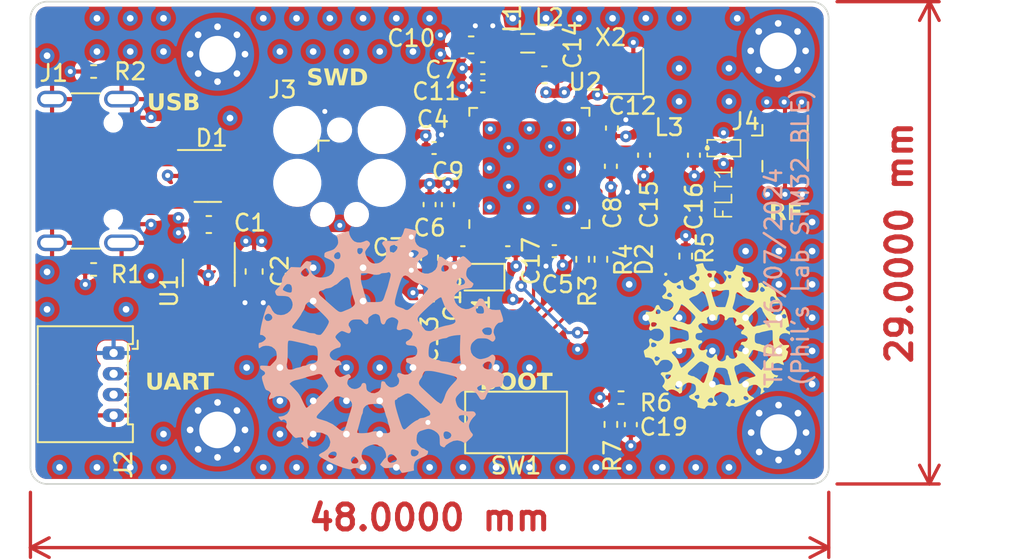
<source format=kicad_pcb>
(kicad_pcb (version 20221018) (generator pcbnew)
  (layers (0 "F.Cu" signal) (1 "In1.Cu" signal) (2 "In2.Cu" signal) (31 "B.Cu" signal) (34 "B.Paste" user) (35 "F.Paste" user) (36 "B.SilkS" user "B.Silkscreen") (37 "F.SilkS" user "F.Silkscreen") (38 "B.Mask" user) (39 "F.Mask" user) (44 "Edge.Cuts" user))
  (net 0 "")
  (net 1 "+5V")
  (net 2 "GND")
  (net 3 "+3.3V")
  (net 4 "/SWD_NRST")
  (net 5 "/SMPSFB")
  (net 6 "/RF")
  (net 7 "/RF_MATCH")
  (net 8 "/LSE_OUT")
  (net 9 "/LSE_IN")
  (net 10 "/BOOT0")
  (net 11 "/USB_CC1")
  (net 12 "/USB_CC2")
  (net 13 "/USB_D+")
  (net 14 "/USB_D-")
  (net 15 "/LED_C")
  (net 16 "/LED_A")
  (net 17 "/RF_ANT")
  (net 20 "/UART_RXC")
  (net 21 "/BSW")
  (net 22 "/SWD_DIO")
  (net 23 "/SWD_CLK")
  (net 24 "/SWD_TRC")
  (net 25 "/SMPSLX")
  (net 26 "/SMPSLXL")
  (net 27 "/UART_TX")
  (net 28 "/UART_RX")
  (net 40 "/HSE_OUT")
  (net 41 "/HSE_IN")
  (footprint "Capacitor_SMD:C_0402_1005Metric" (layer "F.Cu") (at 79.895 69.23 -90)
    (fp_text reference "C16")
    (fp_text value "0p3")
  )
  (footprint "Button_Switch_SMD:SW_SPST_CK_RS282G05A3" (layer "F.Cu") (at 69.2 85.3 180)
    (fp_text reference "SW1")
    (fp_text value "SW_Push")
  )
  (footprint "Package_TO_SOT_SMD:SOT-23-6" (layer "F.Cu") (at 50.665 70.48)
    (fp_text reference "D1")
    (fp_text value "USBLC6-2SC6")
  )
  (footprint "Capacitor_SMD:C_0402_1005Metric" (layer "F.Cu") (at 65.1 72.2 90)
    (fp_text reference "C9")
    (fp_text value "100n")
  )
  (footprint "Connector_Molex:Molex_PicoBlade_53048-0410_1x04_P1.25mm_Horizontal" (layer "F.Cu") (at 45 81.125 -90)
    (fp_text reference "J2")
    (fp_text value "Conn_01x04")
  )
  (footprint "Capacitor_SMD:C_0402_1005Metric" (layer "F.Cu") (at 67.2 64 180)
    (fp_text reference "C7")
    (fp_text value "100n")
  )
  (footprint "Capacitor_SMD:C_0603_1608Metric" (layer "F.Cu") (at 64 75.4 -90)
    (fp_text reference "C3")
    (fp_text value "4u7")
  )
  (footprint "Fiducial:Fiducial_1mm_Mask2mm" (layer "F.Cu") (at 42 61.7)
    (fp_text reference "FM1" hide)
    (fp_text value "Fiducial")
  )
  (footprint "Capacitor_SMD:C_0603_1608Metric" (layer "F.Cu") (at 66.5 62.6 180)
    (fp_text reference "C10")
    (fp_text value "4u7")
  )
  (footprint "Package_DFN_QFN:QFN-48-1EP_7x7mm_P0.5mm_EP5.6x5.6mm" (layer "F.Cu") (at 70 70 90)
    (fp_text reference "U2")
    (fp_text value "STM32WB55CEU6")
  )
  (footprint "Capacitor_SMD:C_0402_1005Metric" (layer "F.Cu") (at 74.9 69.9 -90)
    (fp_text reference "C8")
    (fp_text value "100n")
  )
  (footprint "Crystal:Crystal_SMD_2012-2Pin_2.0x1.2mm" (layer "F.Cu") (at 67.3 76.565 180)
    (fp_text reference "X1")
    (fp_text value "32kHz78")
  )
  (footprint "Capacitor_SMD:C_0402_1005Metric" (layer "F.Cu") (at 76.1 85.43 -90)
    (fp_text reference "C19")
    (fp_text value "100n")
  )
  (footprint "GraphicKicadDemo_pretty:mosteirojanela" (layer "F.Cu") (at 81.830734 83.13892)
    (fp_text reference "G***" hide)
    (fp_text value "LOGO" hide)
  )
  (footprint "Fiducial:Fiducial_1mm_Mask2mm" (layer "F.Cu") (at 81.1 86.4)
    (fp_text reference "FM3" hide)
    (fp_text value "Fiducial")
  )
  (footprint "Capacitor_SMD:C_0603_1608Metric" (layer "F.Cu") (at 53.45 76.225 90)
    (fp_text reference "C2")
    (fp_text value "4u7")
  )
  (footprint "Capacitor_SMD:C_0402_1005Metric" (layer "F.Cu") (at 64.27 68.8 180)
    (fp_text reference "C4")
    (fp_text value "100n")
  )
  (footprint "Capacitor_SMD:C_0402_1005Metric" (layer "F.Cu") (at 74.965 67.6 -90)
    (fp_text reference "C12")
    (fp_text value "100n")
  )
  (footprint "LED_SMD:LED_0402_1005Metric" (layer "F.Cu") (at 78.2 75.3 90)
    (fp_text reference "D2")
    (fp_text value "LED")
  )
  (footprint "Inductor_SMD:L_0402_1005Metric" (layer "F.Cu") (at 78.395 68.73)
    (fp_text reference "L3")
    (fp_text value "2n7")
  )
  (footprint "MountingHole:MountingHole_2.2mm_M2_Pad_Via" (layer "F.Cu") (at 84.958274 62.958274)
    (fp_text reference "H3" hide)
    (fp_text value "MountingHole_Pad")
  )
  (footprint "Capacitor_SMD:C_0402_1005Metric" (layer "F.Cu") (at 76.895 69.23 -90)
    (fp_text reference "C15")
    (fp_text value "0p8")
  )
  (footprint "Connector:Tag-Connect_TC2030-IDC-FP_2x03_P1.27mm_Vertical" (layer "F.Cu") (at 58.584 70.26 -90)
    (fp_text reference "J3")
    (fp_text value "TC2030")
  )
  (footprint "Capacitor_SMD:C_0402_1005Metric" (layer "F.Cu") (at 67.2 65.1 180)
    (fp_text reference "C11")
    (fp_text value "100n")
  )
  (footprint "Package_TO_SOT_SMD:SOT-23-5" (layer "F.Cu") (at 50.725 76.3 -90)
    (fp_text reference "U1")
    (fp_text value "MIC5365-3.3YD5")
  )
  (footprint "Resistor_SMD:R_0402_1005Metric" (layer "F.Cu") (at 75.51 83.81 180)
    (fp_text reference "R6")
    (fp_text value "5k1")
  )
  (footprint "Resistor_SMD:R_0402_1005Metric" (layer "F.Cu") (at 43.8 76.1 180)
    (fp_text reference "R1")
    (fp_text value "5k1")
  )
  (footprint "MountingHole:MountingHole_2.2mm_M2_Pad_Via" (layer "F.Cu") (at 51.25 85.75)
    (fp_text reference "H2" hide)
    (fp_text value "MountingHole_Pad")
  )
  (footprint "Capacitor_SMD:C_0402_1005Metric" (layer "F.Cu") (at 66 75.065 180)
    (fp_text reference "C18")
    (fp_text value "10p")
  )
  (footprint "Capacitor_SMD:C_0402_1005Metric" (layer "F.Cu") (at 63.9 77.92 90)
    (fp_text reference "C13")
    (fp_text value "100n")
  )
  (footprint "Resistor_SMD:R_0402_1005Metric" (layer "F.Cu") (at 73.2 75.49 90)
    (fp_text reference "R3")
    (fp_text value "220R")
  )
  (footprint "Resistor_SMD:R_0402_1005Metric" (layer "F.Cu") (at 43.8 64.2 180)
    (fp_text reference "R2")
    (fp_text value "5k1")
  )
  (footprint "Resistor_SMD:R_0402_1005Metric" (layer "F.Cu") (at 74.9 85.42 -90)
    (fp_text reference "R7")
    (fp_text value "220R")
  )
  (footprint "Capacitor_SMD:C_0402_1005Metric" (layer "F.Cu") (at 64 72.2 90)
    (fp_text reference "C6")
    (fp_text value "100n")
  )
  (footprint "Fiducial:Fiducial_1mm_Mask2mm" (layer "F.Cu") (at 80.8 61.8)
    (fp_text reference "FM2" hide)
    (fp_text value "Fiducial")
  )
  (footprint "Crystal:Crystal_SMD_2016-4Pin_2.0x1.6mm" (layer "F.Cu") (at 75.7 64.2 90)
    (fp_text reference "X2")
    (fp_text value "32MHz")
  )
  (footprint "Inductor_SMD:L_0805_2012Metric" (layer "F.Cu") (at 69.9 62.5)
    (fp_text reference "L2")
    (fp_text value "10u")
  )
  (footprint "Capacitor_SMD:C_0402_1005Metric" (layer "F.Cu") (at 68.7 75.065)
    (fp_text reference "C17")
    (fp_text value "10p")
  )
  (footprint "MountingHole:MountingHole_2.2mm_M2_Pad_Via" (layer "F.Cu") (at 51.25 63.158274)
    (fp_text reference "H1" hide)
    (fp_text value "MountingHole_Pad")
  )
  (footprint "Lowpassfilter_PhilsLab:DLF162500LT-5028A1" (layer "F.Cu") (at 81.695 68.81)
    (fp_text reference "FLT1")
    (fp_text value "DLF162500LT-5028A1")
  )
  (footprint "Resistor_SMD:R_0402_1005Metric" (layer "F.Cu") (at 74.3 75.49 90)
    (fp_text reference "R4")
    (fp_text value "220R")
  )
  (footprint "Connector_Coaxial:U.FL_Hirose_U.FL-R-SMT-1_Vertical" (layer "F.Cu") (at 84.895 68.81)
    (fp_text reference "J4")
    (fp_text value "Conn_Coaxial")
  )
  (footprint "Connector_USB:USB_C_Receptacle_GCT_USB4105-xx-A_16P_TopMnt_Horizontal" (layer "F.Cu") (at 42.375 70.18 -90)
    (fp_text reference "J1")
    (fp_text value "USB_C_Receptacle_USB2.0")
  )
  (footprint "Capacitor_SMD:C_0402_1005Metric" (layer "F.Cu") (at 71.5 75)
    (fp_text reference "C5")
    (fp_text value "100n")
  )
  (footprint "Capacitor_SMD:C_0603_1608Metric" (layer "F.Cu") (at 50.725 73.4 180)
    (fp_text reference "C1")
    (fp_text value "4u7")
  )
  (footprint "Inductor_SMD:L_0402_1005Metric" (layer "F.Cu") (at 68.775 64.485 90)
    (fp_text reference "L1")
    (fp_text value "10n")
  )
  (footprint "MountingHole:MountingHole_2.2mm_M2_Pad_Via" (layer "F.Cu") (at 84.983274 85.908274)
    (fp_text reference "H4" hide)
    (fp_text value "MountingHole_Pad")
  )
  (footprint "Capacitor_SMD:C_0603_1608Metric" (layer "F.Cu") (at 70.9 64.4)
    (fp_text reference "C14")
    (fp_text value "4u7")
  )
  (footprint "Resistor_SMD:R_0402_1005Metric" (layer "F.Cu") (at 79.4 75.3 -90)
    (fp_text reference "R5")
    (fp_text value "220R")
  )
  (footprint "GraphicKicadDemo_pretty:mosteirojanelalarger" (layer "B.Cu") (at 60.166786 86.078092 180)
    (fp_text reference "G***" hide)
    (fp_text value "LOGO" hide)
  )
  (gr_arc (start 88 88) (mid 87.707107 88.707107) (end 87 89) (stroke (width 0.1)) (layer "Edge.Cuts"))
  (gr_line (start 41 60) (end 70 60) (stroke (width 0.1)) (layer "Edge.Cuts"))
  (gr_arc (start 40 61) (mid 40.292893 60.292894) (end 41 60) (stroke (width 0.1)) (layer "Edge.Cuts"))
  (gr_arc (start 86.992893 60.007107) (mid 87.699999 60.3) (end 87.992893 61.007107) (stroke (width 0.1)) (layer "Edge.Cuts"))
  (gr_arc (start 41 89) (mid 40.292893 88.707107) (end 40 88) (stroke (width 0.1)) (layer "Edge.Cuts"))
  (gr_line (start 40 88) (end 40 61) (stroke (width 0.1)) (layer "Edge.Cuts"))
  (gr_line (start 87.992893 61.007107) (end 88 88) (stroke (width 0.1)) (layer "Edge.Cuts"))
  (gr_line (start 70 60) (end 86.992893 60.007107) (stroke (width 0.1)) (layer "Edge.Cuts"))
  (gr_line (start 87 89) (end 41 89) (stroke (width 0.1)) (layer "Edge.Cuts"))
  (gr_text "TFR 16/07/2024\n(Phil's Lab STM32 BLE)" (at 84.1 83.2 90) (layer "B.SilkS") (effects (font (size 1 1)) (justify left top)))
  (gr_text "USB" (at 47 66.7) (layer "F.SilkS") (effects (font (size 1 1) (thickness 0.2) bold) (justify left bottom)))
  (gr_text "BOOT" (at 67 83.5) (layer "F.SilkS") (effects (font (size 1 1) (thickness 0.2) bold) (justify left bottom)))
  (gr_text "UART" (at 46.9 83.5) (layer "F.SilkS") (effects (font (size 1 1) (thickness 0.2) bold) (justify left bottom)))
  (gr_text "SWD" (at 56.6 65.2) (layer "F.SilkS") (effects (font (size 1 1) (thickness 0.2) bold) (justify left bottom)))
  (gr_text "RF" (at 84.4 73.3) (layer "F.SilkS") (effects (font (size 1 1) (thickness 0.2) bold) (justify left bottom)))
  (dimension (type aligned) (layer "F.Cu") (pts (xy 88 60) (xy 88 89)) (height -6.05) (gr_text "29.0000 mm" (at 92.25 74.5 90) (layer "F.Cu") (effects (font (size 1.5 1.5) (thickness 0.3)))) (format (prefix "") (suffix "") (units 3) (units_format 1) (precision 4)) (style (thickness 0.2) (arrow_length 1.27) (text_position_mode 0) (extension_height 0.58642) (extension_offset 0.5) keep_text_aligned))
  (dimension (type aligned) (layer "F.Cu") (pts (xy 88 89) (xy 40 89)) (height -3.825) (gr_text "48.0000 mm" (at 64 91.025) (layer "F.Cu") (effects (font (size 1.5 1.5) (thickness 0.3)))) (format (prefix "") (suffix "") (units 3) (units_format 1) (precision 4)) (style (thickness 0.2) (arrow_length 1.27) (text_position_mode 0) (extension_height 0.58642) (extension_offset 0.5) keep_text_aligned))
  (segment (start 51.5 72.5) (end 51.5 73.4) (width 0.5) (layer "F.Cu") (net 1))
  (segment (start 47.62 72.58) (end 48 72.2) (width 0.5) (layer "F.Cu") (net 1))
  (segment (start 51.675 75.1625) (end 51.675 74.2) (width 0.5) (layer "F.Cu") (net 1))
  (segment (start 46.055 72.58) (end 47.62 72.58) (width 0.5) (layer "F.Cu") (net 1))
  (segment (start 46.055 67.78) (end 50.38 67.78) (width 0.5) (layer "F.Cu") (net 1))
  (segment (start 51.8025 70.48) (end 50.92 70.48) (width 0.5) (layer "F.Cu") (net 1))
  (segment (start 51.675 73.575) (end 51.5 73.4) (width 0.5) (layer "F.Cu") (net 1))
  (segment (start 50.69 72.19) (end 50.7 72.2) (width 0.5) (layer "F.Cu") (net 1))
  (segment (start 50.69 68.09) (end 50.69 70.71) (width 0.5) (layer "F.Cu") (net 1))
  (segment (start 50.69 70.71) (end 50.69 72.19) (width 0.5) (layer "F.Cu") (net 1))
  (segment (start 50.38 67.78) (end 50.69 68.09) (width 0.5) (layer "F.Cu") (net 1))
  (segment (start 48 72.2) (end 50.7 72.2) (width 0.5) (layer "F.Cu") (net 1))
  (segment (start 49.775 74.325) (end 49.9 74.2) (width 0.19) (layer "F.Cu") (net 1))
  (segment (start 50.92 70.48) (end 50.69 70.71) (width 0.5) (layer "F.Cu") (net 1))
  (segment (start 50.7 72.2) (end 51.2 72.2) (width 0.5) (layer "F.Cu") (net 1))
  (segment (start 49.775 75.1625) (end 49.775 74.325) (width 0.19) (layer "F.Cu") (net 1))
  (segment (start 49.9 74.2) (end 51.675 74.2) (width 0.19) (layer "F.Cu") (net 1))
  (segment (start 51.675 74.2) (end 51.675 73.575) (width 0.5) (layer "F.Cu") (net 1))
  (segment (start 51.2 72.2) (end 51.5 72.5) (width 0.5) (layer "F.Cu") (net 1))
  (segment (start 43.29 76.99) (end 43.3 77) (width 0.5) (layer "F.Cu") (net 2))
  (segment (start 74.52 68.08) (end 74.965 68.08) (width 0.25) (layer "F.Cu") (net 2))
  (segment (start 69.25 69.25) (end 70 70) (width 0.25) (layer "F.Cu") (net 2))
  (segment (start 69.25 66.5625) (end 69.25 69.25) (width 0.25) (layer "F.Cu") (net 2))
  (segment (start 73.4375 68.25) (end 74.35 68.25) (width 0.25) (layer "F.Cu") (net 2))
  (segment (start 74.35 68.25) (end 74.52 68.08) (width 0.25) (layer "F.Cu") (net 2))
  (segment (start 50.725 76.425) (end 50.7 76.45) (width 0.5) (layer "F.Cu") (net 2))
  (via (at 63.77 68.065) (size 0.7) (drill 0.3) (layers "F.Cu" "B.Cu") (net 2))
  (via (at 70 82) (size 0.9) (drill 0.4) (layers "F.Cu" "B.Cu") (net 2))
  (via (at 64 61) (size 0.9) (drill 0.4) (layers "F.Cu" "B.Cu") (net 2))
  (via (at 83 81) (size 0.9) (drill 0.4) (layers "F.Cu" "B.Cu") (net 2))
  (via (at 84.27 66.035) (size 0.7) (drill 0.3) (layers "F.Cu" "B.Cu") (net 2))
  (via (at 80 88) (size 0.9) (drill 0.4) (layers "F.Cu" "B.Cu") (net 2))
  (via (at 82 64) (size 0.9) (drill 0.4) (layers "F.Cu" "B.Cu") (net 2))
  (via (at 82.5 61) (size 0.9) (drill 0.4) (layers "F.Cu" "B.Cu") (net 2))
  (via (at 81 77) (size 0.9) (drill 0.4) (layers "F.Cu" "B.Cu") (net 2))
  (via (at 72 75.835) (size 0.7) (drill 0.3) (layers "F.Cu" "B.Cu") (net 2))
  (via (at 64 70.95) (size 0.7) (drill 0.3) (layers "F.Cu" "B.Cu") (net 2))
  (via (at 61 86) (size 0.9) (drill 0.4) (layers "F.Cu" "B.Cu") (net 2))
  (via (at 61 82) (size 0.9) (drill 0.4) (layers "F.Cu" "B.Cu") (net 2))
  (via (at 57 78) (size 0.9) (drill 0.4) (layers "F.Cu" "B.Cu") (net 2))
  (via (at 69.2 75.9) (size 0.7) (drill 0.3) (layers "F.Cu" "B.Cu") (net 2))
  (via (at 68.75 71.1) (size 0.7) (drill 0.3) (layers "F.Cu" "B.Cu") (net 2))
  (via (at 68 82) (size 0.9) (drill 0.4) (layers "F.Cu" "B.Cu") (net 2))
  (via (at 55 82) (size 0.9) (drill 0.4) (layers "F.Cu" "B.Cu") (net 2))
  (via (at 47.25 73.4) (size 0.7) (drill 0.3) (layers "F.Cu" "B.Cu") (net 2))
  (via (at 74.24 83.8) (size 0.7) (drill 0.3) (layers "F.Cu" "B.Cu") (net 2))
  (via (at 42.4 64.2) (size 0.7) (drill 0.3) (layers "F.Cu" "B.Cu") (net 2))
  (via (at 87 73.25) (size 0.9) (drill 0.4) (layers "F.Cu" "B.Cu") (net 2))
  (via (at 44 63) (size 0.9) (drill 0.4) (layers "F.Cu" "B.Cu") (net 2))
  (via (at 61 84) (size 0.9) (drill 0.4) (layers "F.Cu" "B.Cu") (net 2))
  (via (at 83 77) (size 0.9) (drill 0.4) (layers "F.Cu" "B.Cu") (net 2))
  (via (at 77 61) (size 0.9) (drill 0.4) (layers "F.Cu" "B.Cu") (net 2))
  (via (at 60 61) (size 0.9) (drill 0.4) (layers "F.Cu" "B.Cu") (net 2))
  (via (at 60 78) (size 0.9) (drill 0.4) (layers "F.Cu" "B.Cu") (net 2))
  (via (at 67.6 72.35) (size 0.7) (drill 0.3) (layers "F.Cu" "B.Cu") (net 2))
  (via (at 86.42 71.585) (size 0.7) (drill 0.3) (layers "F.Cu" "B.Cu") (net 2))
  (via (at 85 79) (size 0.9) (drill 0.4) (layers "F.Cu" "B.Cu") (net 2))
  (via (at 63 82) (size 0.9) (drill 0.4) (layers "F.Cu" "B.Cu") (net 2))
  (via (at 72.9 80.9) (size 0.7) (drill 0.3) (layers "F.Cu" "B.Cu") (net 2))
  (via (at 58.6 73.45) (size 0.7) (drill 0.3) (layers "F.Cu" "B.Cu") (net 2))
  (via (at 50.7 76.45) (size 0.7) (drill 0.3) (layers "F.Cu" "B.Cu") (net 2))
  (via (at 87 83) (size 0.9) (drill 0.4) (layers "F.Cu" "B.Cu") (net 2))
  (via (at 48 63) (size 0.9) (drill 0.4) (layers "F.Cu" "B.Cu") (net 2))
  (via (at 46 61) (size 0.9) (drill 0.4) (layers "F.Cu" "B.Cu") (net 2))
  (via (at 55 86) (size 0.9) (drill 0.4) (layers "F.Cu" "B.Cu") (net 2))
  (via (at 41 63.25) (size 0.9) (drill 0.4) (layers "F.Cu" "B.Cu") (net 2))
  (via (at 65.965 65.1) (size 0.7) (drill 0.3) (layers "F.Cu" "B.Cu") (net 2))
  (via (at 63 77.5) (size 0.7) (drill 0.3) (layers "F.Cu" "B.Cu") (net 2))
  (via (at 48.9 73.9) (size 0.7) (drill 0.3) (layers "F.Cu" "B.Cu") (net 2))
  (via (at 55 63) (size 0.9) (drill 0.4) (layers "F.Cu" "B.Cu") (net 2))
  (via (at 79 61) (size 0.9) (drill 0.4) (layers "F.Cu" "B.Cu") (net 2))
  (via (at 56 88) (size 0.9) (drill 0.4) (layers "F.Cu" "B.Cu") (net 2))
  (via (at 69.95 72.35) (size 0.7) (drill 0.3) (layers "F.Cu" "B.Cu") (net 2))
  (via (at 86.37 66.035) (size 0.7) (drill 0.3) (layers "F.Cu" "B.Cu") (net 2))
  (via (at 79.4 74.065) (size 0.7) (drill 0.3) (layers "F.Cu" "B.Cu") (net 2))
  (via (at 68 88) (size 0.9) (drill 0.4) (layers "F.Cu" "B.Cu") (net 2))
  (via (at 85 77) (size 0.9) (drill 0.4) (layers "F.Cu" "B.Cu") (net 2))
  (via (at 87 81) (size 0.9) (drill 0.4) (layers "F.Cu" "B.Cu") (net 2))
  (via (at 47.25 66.95) (size 0.7) (drill 0.3) (layers "F.Cu" "B.Cu") (net 2))
  (via (at 44 61) (size 0.9) (drill 0.4) (layers "F.Cu" "B.Cu") (net 2))
  (via (at 83 83) (size 0.9) (drill 0.4) (layers "F.Cu" "B.Cu") (net 2))
  (via (at 62 88) (size 0.9) (drill 0.4) (layers "F.Cu" "B.Cu") (net 2))
  (via (at 66 88) (size 0.9) (drill 0.4) (layers "F.Cu" "B.Cu") (net 2))
  (via (at 81 81) (size 0.9) (drill 0.4) (layers "F.Cu" "B.Cu") (net 2))
  (via (at 79 66) (size 0.9) (drill 0.4) (layers "F.Cu" "B.Cu") (net 2))
  (via (at 59 63) (size 0.9) (drill 0.4) (layers "F.Cu" "B.Cu") (net 2))
  (via (at 85.32 66.035) (size 0.7) (drill 0.3) (layers "F.Cu" "B.Cu") (net 2))
  (via (at 67.6 70) (size 0.7) (drill 0.3) (layers "F.Cu" "B.Cu") (net 2))
  (via (at 41 78.5) (size 0.9) (drill 0.4) (layers "F.Cu" "B.Cu") (net 2))
  (via (at 70 67.65) (size 0.7) (drill 0.3) (layers "F.Cu" "B.Cu") (net 2))
  (via (at 71 61) (size 0.9) (drill 0.4) (layers "F.Cu" "B.Cu") (net 2))
  (via (at 72.4 70) (size 0.7) (drill 0.3) (layers "F.Cu" "B.Cu") (net 2))
  (via (at 76.25 62.45) (size 0.7) (drill 0.3) (layers "F.Cu" "B.Cu") (net 2))
  (via (at 83 75) (size 0.9) (drill 0.4) (layers "F.Cu" "B.Cu") (net 2))
  (via (at 79 83) (size 0.9) (drill 0.4) (layers "F.Cu" "B.Cu") (net 2))
  (via (at 72.35 67.65) (size 0.7) (drill 0.3) (layers "F.Cu" "B.Cu") (net 2))
  (via (at 71 65.45) (size 0.7) (drill 0.3) (layers "F.Cu" "B.Cu") (net 2))
  (via (at 62 61) (size 0.9) (drill 0.4) (layers "F.Cu" "B.Cu") (net 2))
  (via (at 74.9 71.135) (size 0.7) (drill 0.3) (layers "F.Cu" "B.Cu") (net 2))
  (via (at 81 79) (size 0.9) (drill 0.4) (layers "F.Cu" "B.Cu") (net 2))
  (via (at 87 75) (size 0.9) (drill 0.4) (layers "F.Cu" "B.Cu") (net 2))
  (via (at 79 81) (size 0.9) (drill 0.4) (layers "F.Cu" "B.Cu") (net 2))
  (via (at 65.5 75.935) (size 0.7) (drill 0.3) (layers "F.Cu" "B.Cu") (net 2))
  (via (at 83 79) (size 0.9) (drill 0.4) (layers "F.Cu" "B.Cu") (net 2))
  (via (at 71.25 71.05) (size 0.7) (drill 0.3) (layers "F.Cu" "B.Cu") (net 2))
  (via (at 45.75 78.5) (size 0.9) (drill 0.4) (layers "F.Cu" "B.Cu") (net 2))
  (via (at 72.1 65.45) (size 0.7) (drill 0.3) (layers "F.Cu" "B.Cu") (net 2))
  (via (at 87 79) (size 0.9) (drill 0.4) (layers "F.Cu" "B.Cu") (net 2))
  (via (at 71.25 68.7) (size 0.65) (drill 0.25) (layers "F.Cu" "B.Cu") (net 2))
  (via (at 82 88) (size 0.9) (drill 0.4) (layers "F.Cu" "B.Cu") (net 2))
  (via (at 79.92 70.47) (size 0.7) (drill 0.3) (layers "F.Cu" "B.Cu") (net 2))
  (via (at 82 66) (size 0.9) (drill 0.4) (layers "F.Cu" "B.Cu") (net 2))
  (via (at 60 76) (size 0.9) (drill 0.4) (layers "F.Cu" "B.Cu") (net 2))
  (via (at 70 88) (size 0.9) (drill 0.4) (layers "F.Cu" "B.Cu") (net 2))
  (via (at 87 77) (size 0.9) (drill 0.4) (layers "F.Cu" "B.Cu") (net 2))
  (via (at 58 61) (size 0.9) (drill 0.4) (layers "F.Cu" "B.Cu") (net 2))
  (via (at 57 63) (size 0.9) (drill 0.4) (layers "F.Cu" "B.Cu") (net 2))
  (via (at 57 84) (size 0.9) (drill 0.4) (layers "F.Cu" "B.Cu") (net 2))
  (via (at 48.9 73) (size 0.7) (drill 0.3) (layers "F.Cu" "B.Cu") (net 2))
  (via (at 52 67) (size 0.9) (drill 0.4) (layers "F.Cu" "B.Cu") (net 2))
  (via (at 85.37 71.585) (size 0.7) (drill 0.3) (layers "F.Cu" "B.Cu") (net 2))
  (via (at 59 82) (size 0.9) (drill 0.4) (layers "F.Cu" "B.Cu") (net 2))
  (via (at 60 88) (size 0.9) (drill 0.4) (layers "F.Cu" "B.Cu") (net 2))
  (via (at 79 64) (size 0.9) (drill 0.4) (layers "F.Cu" "B.Cu") (net 2))
  (via (at 65.1 70.915) (size 0.7) (drill 0.3) (layers "F.Cu" "B.Cu") (net 2))
  (via (at 54 61) (size 0.9) (drill 0.4) (layers "F.Cu" "B.Cu") (net 2))
  (via (at 56 61) (size 0.9) (drill 0.4) (layers "F.Cu" "B.Cu") (net 2))
  (via (at 41 76.25) (size 0.9) (drill 0.4) (layers "F.Cu" "B.Cu") (net 2))
  (via (at 57 82) (size 0.9) (drill 0.4) (layers "F.Cu" "B.Cu") (net 2))
  (via (at 77 79) (size 0.9) (drill 0.4) (layers "F.Cu" "B.Cu") (net 2))
  (via (at 41.75 88) (size 0.9) (drill 0.4) (layers "F.Cu" "B.Cu") (net 2))
  (via (at 68.75 68.75) (size 0.65) (drill 0.25) (layers "F.Cu" "B.Cu") (net 2))
  (via (at 43.3 77) (size 0.7) (drill 0.3) (layers "F.Cu" "B.Cu") (net 2))
  (via (at 65.965 64) (size 0.7) (drill 0.3) (layers "F.Cu" "B.Cu") (net 2))
  (via (at 59 86) (size 0.9) (drill 0.4) (layers "F.Cu" "B.Cu") (net 2))
  (via (at 44 88) (size 0.9) (drill 0.4) (layers "F.Cu" "B.Cu") (net 2))
  (via (at 48.25 70.45) (size 0.7) (drill 0.3) (layers "F.Cu" "B.Cu") (net 2))
  (via (at 79 79) (size 0.9) (drill 0.4) (layers "F.Cu" "B.Cu") (net 2))
  (via (at 75.8 68.1) (size 0.7) (drill 0.3) (layers "F.Cu" "B.Cu") (net 2))
  (via (at 54 88) (size 0.9) (drill 0.4) (layers "F.Cu" "B.Cu") (net 2))
  (via (at 64 88) (size 0.9) (drill 0.4) (layers "F.Cu" "B.Cu") (net 2))
  (via (at 81.67 69.735) (size 0.7) (drill 0.3) (layers "F.Cu" "B.Cu") (net 2))
  (via (at 76.1 86.7) (size 0.7) (drill 0.3) (layers "F.Cu" "B.Cu") (net 2))
  (via (at 67.65 67.65) (size 0.7) (drill 0.3) (layers "F.Cu" "B.Cu") (net 2))
  (via (at 84.32 71.585) (size 0.7) (drill 0.3) (layers "F.Cu" "B.Cu") (net 2))
  (via (at 69 61) (size 0.9) (drill 0.4) (layers "F.Cu" "B.Cu") (net 2))
  (via (at 62.9 76.15) (size 0.7) (drill 0.3) (layers "F.Cu" "B.Cu") (net 2))
  (via (at 46 63) (size 0.9) (drill 0.4) (layers "F.Cu" "B.Cu") (net 2))
  (via (at 74 88) (size 0.9) (drill 0.4) (layers "F.Cu" "B.Cu") (net 2))
  (via (at 48 88) (size 0.9) (drill 0.4) (layers "F.Cu" "B.Cu") (net 2))
  (via (at 75 61) (size 0.9) (drill 0.4) (layers "F.Cu" "B.Cu") (net 2))
  (via (at 47.25 76.5) (size 0.9) (drill 0.4) (layers "F.Cu" "B.Cu") (net 2))
  (via (at 55 84) (size 0.9) (drill 0.4) (layers "F.Cu" "B.Cu") (net 2))
  (via (at 76 88) (size 0.9) (drill 0.4) (layers "F.Cu" "B.Cu") (net 2))
  (via (at 53.9 74.4) (size 0.7) (drill 0.3) (layers "F.Cu" "B.Cu") (net 2))
  (via (at 46 88) (size 0.9) (drill 0.4) (layers "F.Cu" "B.Cu") (net 2))
  (via (at 57 86) (size 0.9) (drill 0.4) (layers "F.Cu" "B.Cu") (net 2))
  (via (at 85 81) (size 0.9) (drill 0.4) (layers "F.Cu" "B.Cu") (net 2))
  (via (at 74.1 65.6) (size 0.7) (drill 0.3) (layers "F.Cu" "B.Cu") (net 2))
  (via (at 72 88) (size 0.9) (drill 0.4) (layers "F.Cu" "B.Cu") (net 2))
  (via (at 59 84) (size 0.9) (drill 0.4) (layers "F.Cu" "B.Cu") (net 2))
  (via (at 69 77.9) (size 0.7) (drill 0.3) (layers "F.Cu" "B.Cu") (net 2))
  (via (at 81.67 67.885) (size 0.7) (drill 0.3) (layers "F.Cu" "B.Cu") (net 2))
  (via (at 53 82) (size 0.9) (drill 0.4) (layers "F.Cu" "B.Cu") (net 2))
  (via (at 78 88) (size 0.9) (drill 0.4) (layers "F.Cu" "B.Cu") (net 2))
  (via (at 63 63) (size 0.9) (drill 0.4) (layers "F.Cu" "B.Cu") (net 2))
  (via (at 73 61) (size 0.9) (drill 0.4) (layers "F.Cu" "B.Cu") (net 2))
  (via (at 76 77) (size 0.9) (drill 0.4) (layers "F.Cu" "B.Cu") (net 2))
  (via (at 48 86) (size 0.9) (drill 0.4) (layers "F.Cu" "B.Cu") (net 2))
  (via (at 66 82) (size 0.9) (drill 0.4) (layers "F.Cu" "B.Cu") (net 2))
  (via (at 52.95 74.4) (size 0.7) (drill 0.3) (layers "F.Cu" "B.Cu") (net 2))
  (via (at 81 83) (size 0.9) (drill 0.4) (layers "F.Cu" "B.Cu") (net 2))
  (via (at 64.65 62) (size 0.7) (drill 0.3) (layers "F.Cu" "B.Cu") (net 2))
  (via (at 61 63) (size 0.9) (drill 0.4) (layers "F.Cu" "B.Cu") (net 2))
  (via (at 58 88) (size 0.9) (drill 0.4) (layers "F.Cu" "B.Cu") (net 2))
  (via (at 72.3 72.35) (size 0.7) (drill 0.3) (layers "F.Cu" "B.Cu") (net 2))
  (via (at 64.65 63.15) (size 0.7) (drill 0.3) (layers "F.Cu" "B.Cu") (net 2))
  (via (at 85 75) (size 0.9) (drill 0.4) (layers "F.Cu" "B.Cu") (net 2))
  (via (at 48 61) (size 0.9) (drill 0.4) (layers "F.Cu" "B.Cu") (net 2))
  (via (at 76.87 70.47) (size 0.7) (drill 0.3) (layers "F.Cu" "B.Cu") (net 2))
  (via (at 57 76) (size 0.9) (drill 0.4) (layers "F.Cu" "B.Cu") (net 2))
  (segment (start 65.3 85.3) (end 63.9 85.3) (width 0.6) (layer "F.Cu") (net 3))
  (segment (start 75.9 69.65) (end 75.9 71.45) (width 0.5) (layer "F.Cu") (net 3))
  (segment (start 74.2 67.3) (end 74.38 67.12) (width 0.25) (layer "F.Cu") (net 3))
  (segment (start 73.4375 69.25) (end 74.73 69.25) (width 0.25) (layer "F.Cu") (net 3))
  (segment (start 67.68 65.78) (end 67.68 65.1) (width 0.5) (layer "F.Cu") (net 3))
  (segment (start 71.02 75) (end 71.02 75.88) (width 0.5) (layer "F.Cu") (net 3))
  (segment (start 57.949 68.374) (end 57.675 68.1) (width 0.25) (layer "F.Cu") (net 3))
  (segment (start 74.38 67.12) (end 74.965 67.12) (width 0.25) (layer "F.Cu") (net 3))
  (segment (start 65.75 68.8) (end 64.75 68.8) (width 0.5) (layer "F.Cu") (net 3))
  (segment (start 67.75 65.85) (end 67.7 65.8) (width 0.25) (layer "F.Cu") (net 3))
  (segment (start 57.675 66.625) (end 57.7 66.6) (width 0.25) (layer "F.Cu") (net 3))
  (segment (start 68.25 66.5625) (end 68.25 66.063172) (width 0.25) (layer "F.Cu") (net 3))
  (segment (start 75.03 67.1) (end 75.8 67.1) (width 0.5) (layer "F.Cu") (net 3))
  (segment (start 74.9 69.42) (end 75.67 69.42) (width 0.5) (layer "F.Cu") (net 3))
  (segment (start 68.25 66.063172) (end 67.986828 65.8) (width 0.25) (layer "F.Cu") (net 3))
  (segment (start 74.73 69.25) (end 74.9 69.42) (width 0.25) (layer "F.Cu") (net 3))
  (segment (start 71.02 75.88) (end 71 75.9) (width 0.5) (layer "F.Cu") (net 3))
  (segment (start 74.2 67.473008) (end 74.2 67.3) (width 0.25) (layer "F.Cu") (net 3))
  (segment (start 67.7 65.8) (end 67.68 65.78) (width 0.5) (layer "F.Cu") (net 3))
  (segment (start 57.949 68.99) (end 57.949 68.374) (width 0.25) (layer "F.Cu") (net 3))
  (segment (start 75.67 69.42) (end 75.9 69.65) (width 0.5) (layer "F.Cu") (net 3))
  (segment (start 57.675 68.1) (end 57.675 66.625) (width 0.25) (layer "F.Cu") (net 3))
  (segment (start 67.75 66.5625) (end 67.75 65.85) (width 0.25) (layer "F.Cu") (net 3))
  (segment (start 73.923008 67.75) (end 74.2 67.473008) (width 0.25) (layer "F.Cu") (net 3))
  (segment (start 65.8 68.75) (end 65.75 68.8) (width 0.5) (layer "F.Cu") (net 3))
  (segment (start 73.4375 67.75) (end 73.923008 67.75) (width 0.25) (layer "F.Cu") (net 3))
  (segment (start 67.986828 65.8) (end 67.7 65.8) (width 0.25) (layer "F.Cu") (net 3))
  (segment (start 64.75 68.8) (end 64.75 68.03) (width 0.5) (layer "F.Cu") (net 3))
  (segment (start 66.5625 68.75) (end 65.8 68.75) (width 0.25) (layer "F.Cu") (net 3))
  (segment (start 64.75 68.03) (end 64.72 68) (width 0.5) (layer "F.Cu") (net 3))
  (via (at 66.75 61.45) (size 0.7) (drill 0.3) (layers "F.Cu" "B.Cu") (net 3))
  (via (at 63.9 85.3) (size 0.7) (drill 0.3) (layers "F.Cu" "B.Cu") (net 3))
  (via (at 54 78.1) (size 0.7) (drill 0.3) (layers "F.Cu" "B.Cu") (net 3))
  (via (at 57.7 66.6) (size 0.7) (drill 0.3) (layers "F.Cu" "B.Cu") (net 3))
  (via (at 67.8 61.45) (size 0.7) (drill 0.3) (layers "F.Cu" "B.Cu") (net 3))
  (via (at 75.8 67.1) (size 0.7) (drill 0.3) (layers "F.Cu" "B.Cu") (net 3))
  (via (at 75.9 71.45) (size 0.7) (drill 0.3) (layers "F.Cu" "B.Cu") (net 3))
  (via (at 52.9 78.1) (size 0.7) (drill 0.3) (layers "F.Cu" "B.Cu") (net 3))
  (via (at 62.9 74.15) (size 0.7) (drill 0.3) (layers "F.Cu" "B.Cu") (net 3))
  (via (at 62.9 75.2) (size 0.7) (drill 0.3) (layers "F.Cu" "B.Cu") (net 3))
  (via (at 71 75.9) (size 0.7) (drill 0.3) (layers "F.Cu" "B.Cu") (net 3))
  (via (at 64.72 68) (size 0.7) (drill 0.3) (layers "F.Cu" "B.Cu") (net 3))
  (segment (start 65.1 78.4) (end 63.9 78.4) (width 0.19) (layer "F.Cu") (net 4))
  (segment (start 54.4 73) (end 54.4 70.2) (width 0.19) (layer "F.Cu") (net 4))
  (segment (start 62.6 78.4) (end 61.2 77) (width 0.19) (layer "F.Cu") (net 4))
  (segment (start 61.2 75) (end 60.5 74.3) (width 0.19) (layer "F.Cu") (net 4))
  (segment (start 70.25 73.4375) (end 70.25 77.95) (width 0.19) (layer "F.Cu") (net 4))
  (segment (start 61.2 77) (end 61.2 75) (width 0.19) (layer "F.Cu") (net 4))
  (segment (start 63.9 78.4) (end 62.6 78.4) (width 0.19) (layer "F.Cu") (net 4))
  (segment (start 60.5 74.3) (end 55.7 74.3) (width 0.19) (layer "F.Cu") (net 4))
  (segment (start 70.25 77.95) (end 69.6 78.6) (width 0.19) (layer "F.Cu") (net 4))
  (segment (start 54.4 70.2) (end 55.3 69.3) (width 0.19) (layer "F.Cu") (net 4))
  (segment (start 55.7 74.3) (end 54.4 73) (width 0.19) (layer "F.Cu") (net 4))
  (segment (start 56.989 69.3) (end 57.949 70.26) (width 0.19) (layer "F.Cu") (net 4))
  (segment (start 69.6 78.6) (end 65.3 78.6) (width 0.19) (layer "F.Cu") (net 4))
  (segment (start 55.3 69.3) (end 56.989 69.3) (width 0.19) (layer "F.Cu") (net 4))
  (segment (start 65.3 78.6) (end 65.1 78.4) (width 0.19) (layer "F.Cu") (net 4))
  (segment (start 77.89 68.75) (end 77.91 68.73) (width 0.25) (layer "F.Cu") (net 6))
  (segment (start 76.87 68.775) (end 76.895 68.75) (width 0.25) (layer "F.Cu") (net 6))
  (segment (start 73.4375 68.75) (end 73.4625 68.775) (width 0.25) (layer "F.Cu") (net 6))
  (segment (start 73.4625 68.775) (end 76.87 68.775) (width 0.25) (layer "F.Cu") (net 6))
  (segment (start 76.895 68.75) (end 77.89 68.75) (width 0.25) (layer "F.Cu") (net 6))
  (segment (start 79.875 68.73) (end 79.895 68.75) (width 0.25) (layer "F.Cu") (net 7))
  (segment (start 81.0225 68.75) (end 81.0825 68.81) (width 0.25) (layer "F.Cu") (net 7))
  (segment (start 78.88 68.73) (end 79.875 68.73) (width 0.25) (layer "F.Cu") (net 7))
  (segment (start 79.895 68.75) (end 81.0225 68.75) (width 0.25) (layer "F.Cu") (net 7))
  (segment (start 68.25 75.035) (end 68.22 75.065) (width 0.19) (layer "F.Cu") (net 8))
  (segment (start 68.22 76.345) (end 68 76.565) (width 0.19) (layer "F.Cu") (net 8))
  (segment (start 68.25 73.4375) (end 68.25 75.035) (width 0.19) (layer "F.Cu") (net 8))
  (segment (start 68.22 75.065) (end 68.22 76.345) (width 0.19) (layer "F.Cu") (net 8))
  (segment (start 67.75 73.4375) (end 67.75 74.25) (width 0.19) (layer "F.Cu") (net 9))
  (segment (start 66.48 76.445) (end 66.6 76.565) (width 0.19) (layer "F.Cu") (net 9))
  (segment (start 66.48 75.065) (end 66.48 76.445) (width 0.19) (layer "F.Cu") (net 9))
  (segment (start 67.3 74.9) (end 67.135 75.065) (width 0.19) (layer "F.Cu") (net 9))
  (segment (start 67.3 74.7) (end 67.3 74.9) (width 0.19) (layer "F.Cu") (net 9))
  (segment (start 67.135 75.065) (end 66.48 75.065) (width 0.19) (layer "F.Cu") (net 9))
  (segment (start 67.75 74.25) (end 67.3 74.7) (width 0.19) (layer "F.Cu") (net 9))
  (segment (start 76.02 83.81) (end 76.02 84.87) (width 0.19) (layer "F.Cu") (net 10))
  (segment (start 72.9 79.9) (end 74.2 79.9) (width 0.19) (layer "F.Cu") (net 10))
  (segment (start 69.5 77) (end 69.5 77.1) (width 0.19) (layer "F.Cu") (net 10))
  (segment (start 76.1 84.95) (end 74.94 84.95) (width 0.19) (layer "F.Cu") (net 10))
  (segment (start 74.2 79.9) (end 76.02 81.72) (width 0.19) (layer "F.Cu") (net 10))
  (segment (start 76.02 84.87) (end 76.1 84.95) (width 0.19) (layer "F.Cu") (net 10))
  (segment (start 69.5 76.6) (end 69.5 77) (width 0.19) (layer "F.Cu") (net 10))
  (segment (start 69.5 76.6) (end 69.5 76.7) (width 0.19) (layer "F.Cu") (net 10))
  (segment (start 69.6 74.3) (end 69.845 74.545) (width 0.19) (layer "F.Cu") (net 10))
  (segment (start 76.02 81.72) (end 76.02 83.81) (width 0.19) (layer "F.Cu") (net 10))
  (segment (start 68.75 74.15) (end 68.9 74.3) (width 0.19) (layer "F.Cu") (net 10))
  (segment (start 69.845 76.255) (end 69.5 76.6) (width 0.19) (layer "F.Cu") (net 10))
  (segment (start 68.75 73.4375) (end 68.75 74.15) (width 0.19) (layer "F.Cu") (net 10))
  (segment (start 74.94 84.95) (end 74.9 84.91) (width 0.19) (layer "F.Cu") (net 10))
  (segment (start 69.845 74.545) (end 69.845 76.255) (width 0.19) (layer "F.Cu") (net 10))
  (segment (start 68.9 74.3) (end 69.6 74.3) (width 0.19) (layer "F.Cu") (net 10))
  (via (at 69.5 77.1) (size 0.7) (drill 0.3) (layers "F.Cu" "B.Cu") (net 10))
  (via (at 72.9 79.9) (size 0.7) (drill 0.3) (layers "F.Cu" "B.Cu") (net 10))
  (segment (start 69.5 77.1) (end 72.3 79.9) (width 0.19) (layer "B.Cu") (net 10))
  (segment (start 72.3 79.9) (end 72.9 79.9) (width 0.19) (layer "B.Cu") (net 10))
  (segment (start 45.22674 68.7) (end 44.7 68.7) (width 0.19) (layer "F.Cu") (net 11))
  (segment (start 44.7 68.7) (end 43.8 67.8) (width 0.19) (layer "F.Cu") (net 11))
  (segment (start 43.8 65.5) (end 44.31 64.99) (width 0.19) (layer "F.Cu") (net 11))
  (segment (start 43.8 67.8) (end 43.8 65.5) (width 0.19) (layer "F.Cu") (net 11))
  (segment (start 45.45674 68.93) (end 45.22674 68.7) (width 0.19) (layer "F.Cu") (net 11))
  (segment (start 46.055 68.93) (end 45.45674 68.93) (width 0.19) (layer "F.Cu") (net 11))
  (segment (start 44.31 64.99) (end 44.31 64.2) (width 0.19) (layer "F.Cu") (net 11))
  (segment (start 46.055 71.93) (end 44.97 71.93) (width 0.19) (layer "F.Cu") (net 12))
  (segment (start 43.8 73.1) (end 43.8 74.9) (width 0.19) (layer "F.Cu") (net 12))
  (segment (start 44.31 75.41) (end 44.31 76.1) (width 0.19) (layer "F.Cu") (net 12))
  (segment (start 44.97 71.93) (end 43.8 73.1) (width 0.19) (layer "F.Cu") (net 12))
  (segment (start 43.8 74.9) (end 44.31 75.41) (width 0.19) (layer "F.Cu") (net 12))
  (segment (start 47.5 70.130815) (end 47.5 70.75) (width 0.22) (layer "F.Cu") (net 13))
  (segment (start 53.34663 69.9) (end 53.37326 69.9) (width 0.22) (layer "F.Cu") (net 13))
  (segment (start 51.8025 71.43) (end 53.07 71.43) (width 0.22) (layer "F.Cu") (net 13))
  (segment (start 53.07 71.43) (end 53.34663 71.15337) (width 0.22) (layer "F.Cu") (net 13))
  (segment (start 53.935 69.33826) (end 53.935 66.57663) (width 0.22) (layer "F.Cu") (net 13))
  (segment (start 53.935 66.57663) (end 55.57663 64.935) (width 0.22) (layer "F.Cu") (net 13))
  (segment (start 63.17337 64.935) (end 65.98837 67.75) (width 0.22) (layer "F.Cu") (net 13))
  (segment (start 47.32 70.93) (end 47.5 70.75) (width 0.22) (layer "F.Cu") (net 13))
  (segment (start 53.37326 69.9) (end 53.935 69.33826) (width 0.22) (layer "F.Cu") (net 13))
  (segment (start 47.299185 69.93) (end 47.5 70.130815) (width 0.22) (layer "F.Cu") (net 13))
  (segment (start 53.34663 71.15337) (end 53.34663 69.9) (width 0.22) (layer "F.Cu") (net 13))
  (segment (start 46.055 69.93) (end 47.299185 69.93) (width 0.22) (layer "F.Cu") (net 13))
  (segment (start 65.98837 67.75) (end 66.5625 67.75) (width 0.22) (layer "F.Cu") (net 13))
  (segment (start 55.57663 64.935) (end 63.17337 64.935) (width 0.22) (layer "F.Cu") (net 13))
  (segment (start 47.5 70.75) (end 48.18 71.43) (width 0.22) (layer "F.Cu") (net 13))
  (segment (start 48.18 71.43) (end 49.5275 71.43) (width 0.22) (layer "F.Cu") (net 13))
  (segment (start 46.055 70.93) (end 47.32 70.93) (width 0.22) (layer "F.Cu") (net 13))
  (segment (start 44.93 70.43) (end 46.055 70.43) (width 0.22) (layer "F.Cu") (net 14))
  (segment (start 44.75 70.25) (end 44.93 70.43) (width 0.22) (layer "F.Cu") (net 14))
  (segment (start 53.22 69.53) (end 53.565 69.185) (width 0.22) (layer "F.Cu") (net 14))
  (segment (start 51.8025 69.53) (end 52.78 69.53) (width 0.22) (layer "F.Cu") (net 14))
  (segment (start 52.793315 69.53) (end 53.22 69.53) (width 0.22) (layer "F.Cu") (net 14))
  (segment (start 53.565 69.185) (end 53.565 66.42337) (width 0.22) (layer "F.Cu") (net 14))
  (segment (start 55.42337 64.565) (end 63.32663 64.565) (width 0.22) (layer "F.Cu") (net 14))
  (segment (start 47.80163 69.79) (end 47.44163 69.43) (width 0.22) (layer "F.Cu") (net 14))
  (segment (start 45.07 69.43) (end 44.75 69.75) (width 0.22) (layer "F.Cu") (net 14))
  (segment (start 46.055 69.43) (end 45.07 69.43) (width 0.22) (layer "F.Cu") (net 14))
  (segment (start 44.75 69.75) (end 44.75 70.25) (width 0.22) (layer "F.Cu") (net 14))
  (segment (start 63.32663 64.565) (end 66.01163 67.25) (width 0.22) (layer "F.Cu") (net 14))
  (segment (start 49.5275 69.53) (end 49.165 69.53) (width 0.22) (layer "F.Cu") (net 14))
  (segment (start 48.905 69.79) (end 47.80163 69.79) (width 0.22) (layer "F.Cu") (net 14))
  (segment (start 49.165 69.53) (end 48.905 69.79) (width 0.22) (layer "F.Cu") (net 14))
  (segment (start 47.44163 69.43) (end 46.055 69.43) (width 0.22) (layer "F.Cu") (net 14))
  (segment (start 53.565 66.42337) (end 55.42337 64.565) (width 0.22) (layer "F.Cu") (net 14))
  (segment (start 66.01163 67.25) (end 66.5625 67.25) (width 0.22) (layer "F.Cu") (net 14))
  (segment (start 79.375 75.785) (end 79.4 75.81) (width 0.19) (layer "F.Cu") (net 15))
  (segment (start 78.2 75.785) (end 79.375 75.785) (width 0.19) (layer "F.Cu") (net 15))
  (segment (start 78.2 73.6) (end 78.2 74.815) (width 0.19) (layer "F.Cu") (net 16))
  (segment (start 74.6 73.3) (end 77.9 73.3) (width 0.19) (layer "F.Cu") (net 16))
  (segment (start 77.9 73.3) (end 78.2 73.6) (width 0.19) (layer "F.Cu") (net 16))
  (segment (start 73.4375 71.25) (end 74.15 71.25) (width 0.19) (layer "F.Cu") (net 16))
  (segment (start 74.15 71.25) (end 74.3 71.4) (width 0.19) (layer "F.Cu") (net 16))
  (segment (start 74.3 71.4) (end 74.3 73) (width 0.19) (layer "F.Cu") (net 16))
  (segment (start 74.3 73) (end 74.6 73.3) (width 0.19) (layer "F.Cu") (net 16))
  (segment (start 82.3075 68.81) (end 83.845 68.81) (width 0.25) (layer "F.Cu") (net 17))
  (segment (start 49.9 80.5) (end 46.775 83.625) (width 0.19) (layer "F.Cu") (net 20))
  (segment (start 73.2 76) (end 73.2 76.6) (width 0.19) (layer "F.Cu") (net 20))
  (segment (start 74.3 76) (end 74.3 76.8) (width 0.19) (layer "F.Cu") (net 20))
  (segment (start 73.2 76.6) (end 70.5 79.3) (width 0.19) (layer "F.Cu") (net 20))
  (segment (start 70.6 80.5) (end 49.9 80.5) (width 0.19) (layer "F.Cu") (net 20))
  (segment (start 46.025 82.375) (end 45 82.375) (width 0.19) (layer "F.Cu") (net 20))
  (segment (start 70.5 79.3) (end 49.1 79.3) (width 0.19) (layer "F.Cu") (net 20))
  (segment (start 46.775 83.625) (end 45 83.625) (width 0.19) (layer "F.Cu") (net 20))
  (segment (start 74.3 76.8) (end 70.6 80.5) (width 0.19) (layer "F.Cu") (net 20))
  (segment (start 49.1 79.3) (end 46.025 82.375) (width 0.19) (layer "F.Cu") (net 20))
  (segment (start 74.1 85.3) (end 73.1 85.3) (width 0.19) (layer "F.Cu") (net 21))
  (segment (start 74.73 85.93) (end 74.1 85.3) (width 0.19) (layer "F.Cu") (net 21))
  (segment (start 74.9 85.93) (end 74.73 85.93) (width 0.19) (layer "F.Cu") (net 21))
  (segment (start 73.7 84.89) (end 73.9 84.69) (width 0.19) (layer "F.Cu") (net 21))
  (segment (start 59.5 68.25) (end 59.219 68.531) (width 0.19) (layer "F.Cu") (net 22))
  (segment (start 64.882168 67.25) (end 63.5 67.25) (width 0.19) (layer "F.Cu") (net 22))
  (segment (start 65.5 67.865) (end 65.497168 67.865) (width 0.19) (layer "F.Cu") (net 22))
  (segment (start 65.885 68.25) (end 65.5 67.865) (width 0.19) (layer "F.Cu") (net 22))
  (segment (start 66.5625 68.25) (end 65.885 68.25) (width 0.19) (layer "F.Cu") (net 22))
  (segment (start 60.662646 66) (end 59.5 67.162646) (width 0.19) (layer "F.Cu") (net 22))
  (segment (start 59.219 68.531) (end 59.219 68.99) (width 0.19) (layer "F.Cu") (net 22))
  (segment (start 59.5 67.162646) (end 59.5 68.25) (width 0.19) (layer "F.Cu") (net 22))
  (segment (start 63.5 67.25) (end 62.25 66) (width 0.19) (layer "F.Cu") (net 22))
  (segment (start 62.25 66) (end 60.662646 66) (width 0.19) (layer "F.Cu") (net 22))
  (segment (start 65.497168 67.865) (end 64.882168 67.25) (width 0.19) (layer "F.Cu") (net 22))
  (segment (start 62.98755 69.26245) (end 60.21655 69.26245) (width 0.19) (layer "F.Cu") (net 23))
  (segment (start 65.75 69.25) (end 65.5 69.5) (width 0.19) (layer "F.Cu") (net 23))
  (segment (start 65.5 69.5) (end 63.25 69.5) (width 0.19) (layer "F.Cu") (net 23))
  (segment (start 60.21655 69.26245) (end 59.219 70.26) (width 0.19) (layer "F.Cu") (net 23))
  (segment (start 63.25 69.5) (end 63 69.25) (width 0.19) (layer "F.Cu") (net 23))
  (segment (start 63 69.25) (end 62.98755 69.26245) (width 0.19) (layer "F.Cu") (net 23))
  (segment (start 66.5625 69.25) (end 65.75 69.25) (width 0.19) (layer "F.Cu") (net 23))
  (segment (start 66.5625 70.25) (end 63 70.25) (width 0.19) (layer "F.Cu") (net 24))
  (segment (start 62.75 70.5) (end 62.75 71.75) (width 0.19) (layer "F.Cu") (net 24))
  (segment (start 59.532506 71.53) (end 59.219 71.53) (width 0.19) (layer "F.Cu") (net 24))
  (segment (start 63 70.25) (end 62.75 70.5) (width 0.19) (layer "F.Cu") (net 24))
  (segment (start 62.75 71.75) (end 61.75 72.75) (width 0.19) (layer "F.Cu") (net 24))
  (segment (start 61.75 72.75) (end 60.752506 72.75) (width 0.19) (layer "F.Cu") (net 24))
  (segment (start 60.752506 72.75) (end 59.532506 71.53) (width 0.19) (layer "F.Cu") (net 24))
  (segment (start 68.75 65.75) (end 68.775 65.725) (width 0.5) (layer "F.Cu") (net 25))
  (segment (start 68.775 65.725) (end 68.775 64.97) (width 0.5) (layer "F.Cu") (net 25))
  (segment (start 68.75 66.5625) (end 68.75 65.75) (width 0.25) (layer "F.Cu") (net 25))
  (segment (start 68.775 64) (end 68.775 62.5625) (width 0.5) (layer "F.Cu") (net 26))
  (segment (start 68.775 62.5625) (end 68.8375 62.5) (width 0.5) (layer "F.Cu") (net 26))
  (segment (start 72.25 73.4375) (end 72.25 74.15) (width 0.19) (layer "F.Cu") (net 27))
  (segment (start 72.4 74.3) (end 73 74.3) (width 0.19) (layer "F.Cu") (net 27))
  (segment (start 73.2 74.5) (end 73.2 74.98) (width 0.19) (layer "F.Cu") (net 27))
  (segment (start 73 74.3) (end 73.2 74.5) (width 0.19) (layer "F.Cu") (net 27))
  (segment (start 72.25 74.15) (end 72.4 74.3) (width 0.19) (layer "F.Cu") (net 27))
  (segment (start 72.9375 73.4375) (end 73.6 74.1) (width 0.19) (layer "F.Cu") (net 28))
  (segment (start 73.6 74.1) (end 74.2 74.1) (width 0.19) (layer "F.Cu") (net 28))
  (segment (start 74.3 74.2) (end 74.3 74.98) (width 0.19) (layer "F.Cu") (net 28))
  (segment (start 72.75 73.4375) (end 72.9375 73.4375) (width 0.19) (layer "F.Cu") (net 28))
  (segment (start 74.2 74.1) (end 74.3 74.2) (width 0.19) (layer "F.Cu") (net 28))
  (segment (start 73.4375 66.6625) (end 73.8 66.3) (width 0.19) (layer "F.Cu") (net 40))
  (segment (start 76.25 65.85) (end 76.25 64.9) (width 0.19) (layer "F.Cu") (net 40))
  (segment (start 73.4375 67.25) (end 73.4375 66.6625) (width 0.19) (layer "F.Cu") (net 40))
  (segment (start 73.8 66.3) (end 75.8 66.3) (width 0.19) (layer "F.Cu") (net 40))
  (segment (start 75.8 66.3) (end 76.25 65.85) (width 0.19) (layer "F.Cu") (net 40))
  (segment (start 73.9 63.7) (end 73.9 64.6) (width 0.19) (layer "F.Cu") (net 41))
  (segment (start 74.1 63.5) (end 73.9 63.7) (width 0.19) (layer "F.Cu") (net 41))
  (segment (start 72.75 65.75) (end 72.75 66.5625) (width 0.19) (layer "F.Cu") (net 41))
  (segment (start 73.9 64.6) (end 72.75 65.75) (width 0.19) (layer "F.Cu") (net 41))
  (segment (start 75.15 63.5) (end 74.1 63.5) (width 0.19) (layer "F.Cu") (net 41))
  (zone (net 3) (net_name "+3.3V") (layer "F.Cu") (priority 3) (connect_pads yes (clearance 0.25)) (min_thickness 0.15) (fill yes (thermal_gap 0.4) (thermal_bridge_width 0.25))
    (polygon (pts (xy 67.950804 65.719793) (xy 68.150804 65.694793) (xy 68.2 63.975) (xy 68.125 63.625) (xy 67.975804 62.169793) (xy 68.175804 61.619793) (xy 68.075804 60.969793) (xy 66.275804 60.969793) (xy 66.275804 61.794793) (xy 66.575804 62.244793) (xy 66.650804 63.269793) (xy 67.225 63.65) (xy 67.200804 65.544793) (xy 67.375804 65.719793)))
  )
  (zone (net 5) (net_name "/SMPSFB") (layer "F.Cu") (priority 1) (connect_pads yes (clearance 0.25)) (min_thickness 0.15) (fill yes (thermal_gap 0.4) (thermal_bridge_width 0.25))
    (polygon (pts (xy 71.25 61.75) (xy 71.5 62) (xy 71.5 63.25) (xy 70.75 63.75) (xy 70.75 65) (xy 70 66) (xy 70 66.5) (xy 69.5 66.5) (xy 69.5 64) (xy 70.5 63.25) (xy 70.5 61.75)))
  )
  (zone (net 3) (net_name "+3.3V") (layer "F.Cu") (priority 2) (connect_pads yes (clearance 0.25)) (min_thickness 0.15) (fill yes (thermal_gap 0.4) (thermal_bridge_width 0.25))
    (polygon (pts (xy 54 76.4) (xy 54.2 76.7) (xy 54.2 77.6) (xy 54.5 77.9) (xy 54.5 78.4) (xy 54.2 78.7) (xy 52.6 78.7) (xy 52.1 78.2) (xy 51.3 78.2) (xy 51.1 78) (xy 51.1 76.8) (xy 51.5 76.4)))
  )
  (zone (net 3) (net_name "+3.3V") (layer "F.Cu") (priority 4) (connect_pads yes (clearance 0.25)) (min_thickness 0.15) (fill yes (thermal_gap 0.4) (thermal_bridge_width 0.25))
    (polygon (pts (xy 63.475 72.3) (xy 65.625 72.325) (xy 65.95 72.5) (xy 67.05 72.525) (xy 67.075 72.9) (xy 67.4 72.925) (xy 67.475 73.2) (xy 67.475 74.05) (xy 65.025 74.1) (xy 64.45 75.3) (xy 63.3 75.425) (xy 62.825 75.675) (xy 62.3 75.3) (xy 62.325 74) (xy 63.325 73.525) (xy 63.3 72.525)))
  )
  (zone (net 2) (net_name "GND") (layers "F.Cu" "In1.Cu" "In2.Cu") (connect_pads (clearance 0.35)) (min_thickness 0.15) (fill yes (thermal_gap 0.35) (thermal_bridge_width 0.25))
    (polygon (pts (xy 40 60) (xy 88 60) (xy 88 89) (xy 40 89)))
  )
  (zone (net 3) (net_name "+3.3V") (layer "B.Cu") (connect_pads (clearance 0.3)) (min_thickness 0.15) (fill yes (thermal_gap 0.4) (thermal_bridge_width 0.25))
    (polygon (pts (xy 40 60) (xy 88 60) (xy 88 89) (xy 40 89)))
  )
)
</source>
